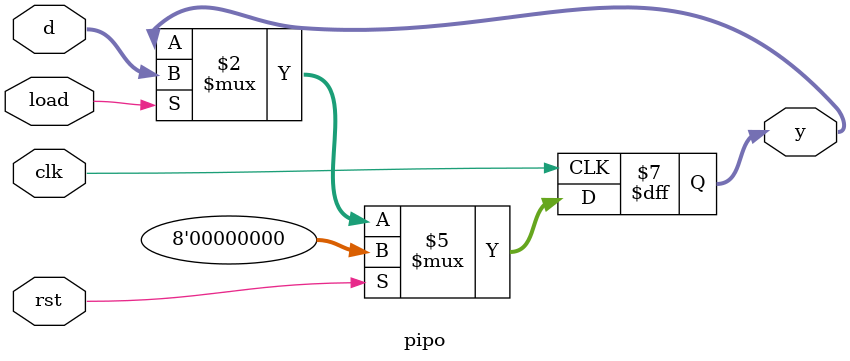
<source format=v>
`timescale 1ns / 1ps
module pipo(
input clk,
input rst,
input load,
input [7:0]d,
output reg [7:0]y

    );
always@(posedge clk)
    begin 
    if(rst)
    y<=8'b0;
    else if(load)
    y<=d;
    end
endmodule

</source>
